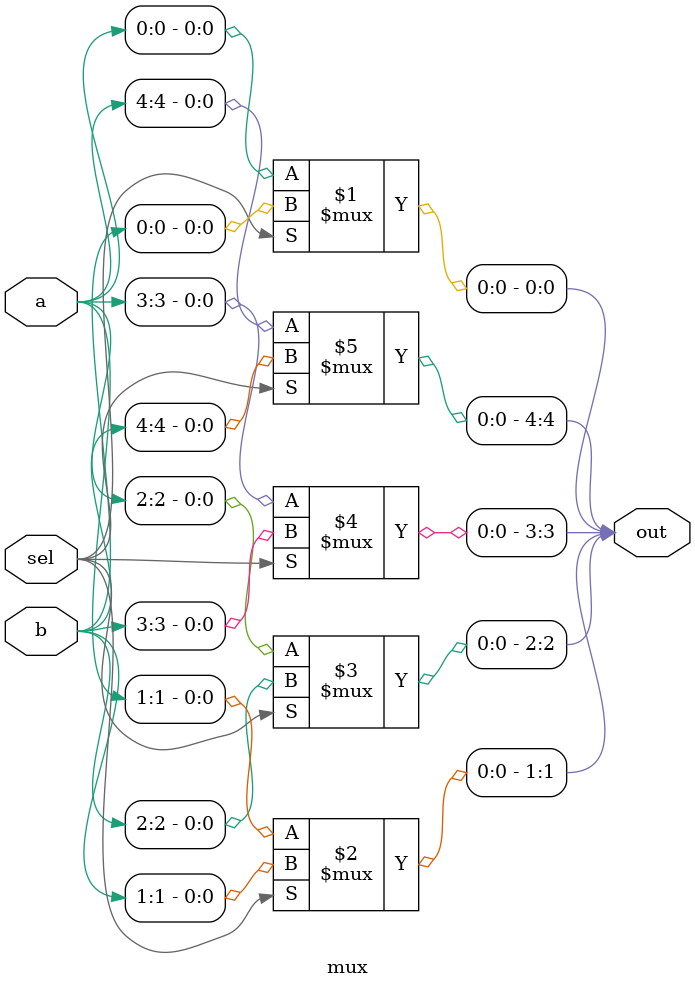
<source format=v>
module mux( 
input [4:0] a, b,
input sel,
output [4:0] out );
// When sel=0, assign a to out. 
// When sel=1, assign b to out.
assign out[0] = (sel) ? b[0] : a[0];
assign out[1] = (sel) ? b[1] : a[1];
assign out[2] = (sel) ? b[2] : a[2];
assign out[3] = (sel) ? b[3] : a[3];
assign out[4] = (sel) ? b[4] : a[4];

endmodule

</source>
